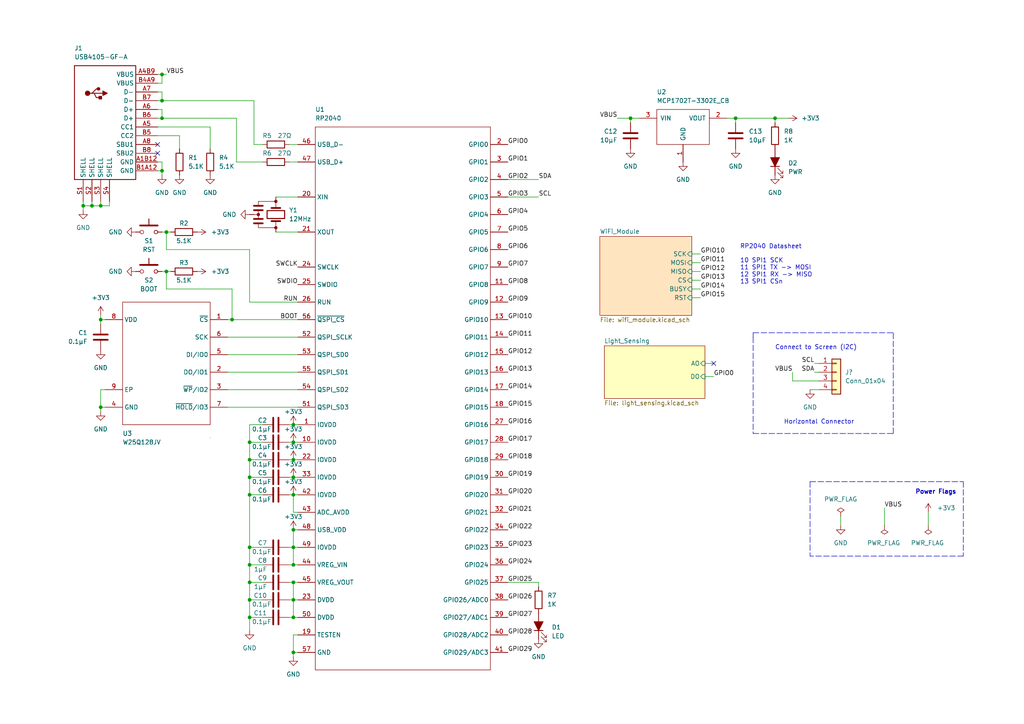
<source format=kicad_sch>
(kicad_sch (version 20211123) (generator eeschema)
  (paper "A4")
  (lib_symbols
    (symbol "Connector_Generic:Conn_01x04" (pin_names (offset 1.016) hide)
      (property "Reference" "J" (at 0 5.08 0))
      (property "Value" "Conn_01x04" (at 0 -7.62 0))
      (symbol "Conn_01x04_1_1"
        (rectangle (start -1.27 -4.953) (end 0 -5.207) (stroke (width 0.1524)))
        (rectangle (start -1.27 -2.413) (end 0 -2.667) (stroke (width 0.1524)))
        (rectangle (start -1.27 0.127) (end 0 -0.127) (stroke (width 0.1524)))
        (rectangle (start -1.27 2.667) (end 0 2.413) (stroke (width 0.1524)))
        (rectangle (start -1.27 3.81) (end 1.27 -6.35) (stroke (width 0.254)) (fill (type background)))
        (pin passive line (at -5.08 2.54 0) (length 3.81) (name "Pin_1") (number "1"))
        (pin passive line (at -5.08 0 0) (length 3.81) (name "Pin_2") (number "2"))
        (pin passive line (at -5.08 -2.54 0) (length 3.81) (name "Pin_3") (number "3"))
        (pin passive line (at -5.08 -5.08 0) (length 3.81) (name "Pin_4") (number "4"))
      )
    )
    (symbol "Device:C" (pin_numbers hide) (pin_names (offset 0.254))
      (property "Reference" "C" (at 0.635 2.54 0))
      (property "Value" "C" (at 0.635 -2.54 0))
      (symbol "C_0_1"
        (polyline (pts (xy -2.032 -0.762) (xy 2.032 -0.762)) (stroke (width 0.508)))
        (polyline (pts (xy -2.032 0.762) (xy 2.032 0.762)) (stroke (width 0.508)))
      )
      (symbol "C_1_1"
        (pin passive line (at 0 3.81 270) (length 2.794) (name "~") (number "1"))
        (pin passive line (at 0 -3.81 90) (length 2.794) (name "~") (number "2"))
      )
    )
    (symbol "Device:LED_Filled" (pin_numbers hide) (pin_names (offset 1.016) hide)
      (property "Reference" "D" (at 0 2.54 0))
      (property "Value" "LED_Filled" (at 0 -2.54 0))
      (symbol "LED_Filled_0_1"
        (polyline (pts (xy -1.27 -1.27) (xy -1.27 1.27)) (stroke (width 0.254)))
        (polyline (pts (xy -1.27 0) (xy 1.27 0)))
        (polyline (pts (xy 1.27 -1.27) (xy 1.27 1.27) (xy -1.27 0) (xy 1.27 -1.27)) (stroke (width 0.254)) (fill (type outline)))
        (polyline (pts (xy -3.048 -0.762) (xy -4.572 -2.286) (xy -3.81 -2.286) (xy -4.572 -2.286) (xy -4.572 -1.524)))
        (polyline (pts (xy -1.778 -0.762) (xy -3.302 -2.286) (xy -2.54 -2.286) (xy -3.302 -2.286) (xy -3.302 -1.524)))
      )
      (symbol "LED_Filled_1_1"
        (pin passive line (at -3.81 0 0) (length 2.54) (name "K") (number "1"))
        (pin passive line (at 3.81 0 180) (length 2.54) (name "A") (number "2"))
      )
    )
    (symbol "Device:R" (pin_numbers hide) (pin_names (offset 0))
      (property "Reference" "R" (at 2.032 0 90))
      (property "Value" "R" (at 0 0 90))
      (symbol "R_0_1"
        (rectangle (start -1.016 -2.54) (end 1.016 2.54) (stroke (width 0.254)))
      )
      (symbol "R_1_1"
        (pin passive line (at 0 3.81 270) (length 1.27) (name "~") (number "1"))
        (pin passive line (at 0 -3.81 90) (length 1.27) (name "~") (number "2"))
      )
    )
    (symbol "Eclectronics:Crystal" (pin_numbers hide) (pin_names (offset 1.016) hide)
      (property "Reference" "Y" (at 0 7.62 0))
      (property "Value" "Crystal" (at 0 5.08 0))
      (symbol "Crystal_0_1"
        (circle (center -3.81 0) (radius 0.2794) (stroke (width 0.381)))
        (circle (center -3.81 0.127) (radius 0.0001))
        (rectangle (start -1.143 2.54) (end 1.143 -2.54) (stroke (width 0.3048)))
        (circle (center 0 -5.08) (radius 0.2794) (stroke (width 0.381)))
        (polyline (pts (xy -3.81 0) (xy -1.905 0)))
        (polyline (pts (xy -2.54 -3.81) (xy -2.54 -6.35)) (stroke (width 0.508)))
        (polyline (pts (xy -1.905 -1.27) (xy -1.905 1.27)) (stroke (width 0.508)))
        (polyline (pts (xy -1.27 -5.08) (xy 1.27 -5.08)))
        (polyline (pts (xy -1.27 -3.81) (xy -1.27 -6.35)) (stroke (width 0.508)))
        (polyline (pts (xy 0 -6.35) (xy 0 -5.08)))
        (polyline (pts (xy 1.27 -3.81) (xy 1.27 -6.35)) (stroke (width 0.508)))
        (polyline (pts (xy 1.905 -1.27) (xy 1.905 1.27)) (stroke (width 0.508)))
        (polyline (pts (xy 2.54 -3.81) (xy 2.54 -6.35)) (stroke (width 0.508)))
        (polyline (pts (xy 3.81 0) (xy 1.905 0)))
        (polyline (pts (xy -3.81 0) (xy -3.81 -5.08) (xy -2.54 -5.08)))
        (polyline (pts (xy 2.54 -5.08) (xy 3.81 -5.08) (xy 3.81 0)))
        (circle (center 3.81 0) (radius 0.2794) (stroke (width 0.381)))
      )
      (symbol "Crystal_1_1"
        (pin passive line (at -5.08 0 0) (length 1.27) (name "1") (number "1"))
        (pin passive line (at 0 -7.62 90) (length 1.27) (name "2") (number "2"))
        (pin passive line (at 5.08 0 180) (length 1.27) (name "3") (number "3"))
      )
    )
    (symbol "Eclectronics:MCP1702T-3302E_CB" (pin_names (offset 1.016))
      (property "Reference" "U" (at 0 8.89 0))
      (property "Value" "MCP1702T-3302E_CB" (at 0 6.35 0))
      (symbol "MCP1702T-3302E_CB_0_1"
        (rectangle (start 7.62 5.08) (end -7.62 -5.08))
      )
      (symbol "MCP1702T-3302E_CB_1_1"
        (pin input line (at 0 -10.16 90) (length 5.08) (name "GND") (number "1"))
        (pin input line (at 12.7 2.54 180) (length 5.08) (name "VOUT") (number "2"))
        (pin input line (at -12.7 2.54 0) (length 5.08) (name "VIN") (number "3"))
      )
    )
    (symbol "Eclectronics:RP2040"
      (property "Reference" "U" (at -25.4 82.55 0))
      (property "Value" "RP2040" (at -25.4 80.01 0))
      (symbol "RP2040_0_1"
        (rectangle (start -25.4 78.74) (end 25.4 -78.74))
        (rectangle (start 22.86 73.66) (end 22.86 73.66))
        (rectangle (start 22.86 73.66) (end 22.86 73.66))
      )
      (symbol "RP2040_1_1"
        (pin power_in line (at -30.48 -7.62 0) (length 5.08) (name "IOVDD") (number "1"))
        (pin power_in line (at -30.48 -12.7 0) (length 5.08) (name "IOVDD") (number "10"))
        (pin bidirectional line (at 30.48 33.02 180) (length 5.08) (name "GPIO8") (number "11"))
        (pin bidirectional line (at 30.48 27.94 180) (length 5.08) (name "GPIO9") (number "12"))
        (pin bidirectional line (at 30.48 22.86 180) (length 5.08) (name "GPIO10") (number "13"))
        (pin bidirectional line (at 30.48 17.78 180) (length 5.08) (name "GPIO11") (number "14"))
        (pin bidirectional line (at 30.48 12.7 180) (length 5.08) (name "GPIO12") (number "15"))
        (pin bidirectional line (at 30.48 7.62 180) (length 5.08) (name "GPIO13") (number "16"))
        (pin bidirectional line (at 30.48 2.54 180) (length 5.08) (name "GPIO14") (number "17"))
        (pin bidirectional line (at 30.48 -2.54 180) (length 5.08) (name "GPIO15") (number "18"))
        (pin input line (at -30.48 -68.58 0) (length 5.08) (name "TESTEN") (number "19"))
        (pin bidirectional line (at 30.48 73.66 180) (length 5.08) (name "GPIO0") (number "2"))
        (pin bidirectional line (at -30.48 58.42 0) (length 5.08) (name "XIN") (number "20"))
        (pin bidirectional line (at -30.48 48.26 0) (length 5.08) (name "XOUT") (number "21"))
        (pin power_in line (at -30.48 -17.78 0) (length 5.08) (name "IOVDD") (number "22"))
        (pin power_in line (at -30.48 -58.42 0) (length 5.08) (name "DVDD") (number "23"))
        (pin bidirectional line (at -30.48 38.1 0) (length 5.08) (name "SWCLK") (number "24"))
        (pin bidirectional line (at -30.48 33.02 0) (length 5.08) (name "SWDIO") (number "25"))
        (pin bidirectional line (at -30.48 27.94 0) (length 5.08) (name "RUN") (number "26"))
        (pin bidirectional line (at 30.48 -7.62 180) (length 5.08) (name "GPIO16") (number "27"))
        (pin bidirectional line (at 30.48 -12.7 180) (length 5.08) (name "GPIO17") (number "28"))
        (pin bidirectional line (at 30.48 -17.78 180) (length 5.08) (name "GPIO18") (number "29"))
        (pin bidirectional line (at 30.48 68.58 180) (length 5.08) (name "GPIO1") (number "3"))
        (pin bidirectional line (at 30.48 -22.86 180) (length 5.08) (name "GPIO19") (number "30"))
        (pin bidirectional line (at 30.48 -27.94 180) (length 5.08) (name "GPIO20") (number "31"))
        (pin bidirectional line (at 30.48 -33.02 180) (length 5.08) (name "GPIO21") (number "32"))
        (pin power_in line (at -30.48 -22.86 0) (length 5.08) (name "IOVDD") (number "33"))
        (pin bidirectional line (at 30.48 -38.1 180) (length 5.08) (name "GPIO22") (number "34"))
        (pin bidirectional line (at 30.48 -43.18 180) (length 5.08) (name "GPIO23") (number "35"))
        (pin bidirectional line (at 30.48 -48.26 180) (length 5.08) (name "GPIO24") (number "36"))
        (pin bidirectional line (at 30.48 -53.34 180) (length 5.08) (name "GPIO25") (number "37"))
        (pin bidirectional line (at 30.48 -58.42 180) (length 5.08) (name "GPIO26/ADC0") (number "38"))
        (pin bidirectional line (at 30.48 -63.5 180) (length 5.08) (name "GPIO27/ADC1") (number "39"))
        (pin bidirectional line (at 30.48 63.5 180) (length 5.08) (name "GPIO2") (number "4"))
        (pin bidirectional line (at 30.48 -68.58 180) (length 5.08) (name "GPIO28/ADC2") (number "40"))
        (pin bidirectional line (at 30.48 -73.66 180) (length 5.08) (name "GPIO29/ADC3") (number "41"))
        (pin power_in line (at -30.48 -27.94 0) (length 5.08) (name "IOVDD") (number "42"))
        (pin power_in line (at -30.48 -33.02 0) (length 5.08) (name "ADC_AVDD") (number "43"))
        (pin power_in line (at -30.48 -48.26 0) (length 5.08) (name "VREG_VIN") (number "44"))
        (pin power_out line (at -30.48 -53.34 0) (length 5.08) (name "VREG_VOUT") (number "45"))
        (pin bidirectional line (at -30.48 73.66 0) (length 5.08) (name "USB_D-") (number "46"))
        (pin bidirectional line (at -30.48 68.58 0) (length 5.08) (name "USB_D+") (number "47"))
        (pin power_in line (at -30.48 -38.1 0) (length 5.08) (name "USB_VDD") (number "48"))
        (pin power_in line (at -30.48 -43.18 0) (length 5.08) (name "IOVDD") (number "49"))
        (pin bidirectional line (at 30.48 58.42 180) (length 5.08) (name "GPIO3") (number "5"))
        (pin power_in line (at -30.48 -63.5 0) (length 5.08) (name "DVDD") (number "50"))
        (pin bidirectional line (at -30.48 -2.54 0) (length 5.08) (name "QSPI_SD3") (number "51"))
        (pin bidirectional line (at -30.48 17.78 0) (length 5.08) (name "QSPI_SCLK") (number "52"))
        (pin bidirectional line (at -30.48 12.7 0) (length 5.08) (name "QSPI_SD0") (number "53"))
        (pin bidirectional line (at -30.48 2.54 0) (length 5.08) (name "QSPI_SD2") (number "54"))
        (pin bidirectional line (at -30.48 7.62 0) (length 5.08) (name "QSPI_SD1") (number "55"))
        (pin bidirectional line (at -30.48 22.86 0) (length 5.08) (name "~{QSPI_CS}") (number "56"))
        (pin power_in line (at -30.48 -73.66 0) (length 5.08) (name "GND") (number "57"))
        (pin bidirectional line (at 30.48 53.34 180) (length 5.08) (name "GPIO4") (number "6"))
        (pin bidirectional line (at 30.48 48.26 180) (length 5.08) (name "GPIO5") (number "7"))
        (pin bidirectional line (at 30.48 43.18 180) (length 5.08) (name "GPIO6") (number "8"))
        (pin bidirectional line (at 30.48 38.1 180) (length 5.08) (name "GPIO7") (number "9"))
      )
    )
    (symbol "Eclectronics:SW" (pin_numbers hide) (pin_names (offset 1.016) hide)
      (property "Reference" "S" (at 1.27 2.54 0))
      (property "Value" "SW" (at 1.27 -2.54 0))
      (symbol "SW_0_1"
        (circle (center 0 -2.032) (radius 0.508))
        (polyline (pts (xy -1.905 -2.54) (xy -1.905 2.54)) (stroke (width 0.508)))
        (polyline (pts (xy -1.905 0) (xy -3.81 0)) (stroke (width 0.254)))
        (circle (center 0 2.032) (radius 0.508))
        (circle (center 0 2.032) (radius 0.508))
      )
      (symbol "SW_1_1"
        (pin input line (at 0 -3.81 90) (length 1.27) (name "1") (number "1"))
        (pin input line (at 0 3.81 270) (length 1.27) (name "2") (number "2"))
      )
    )
    (symbol "Eclectronics:USB4105-GF-A"
      (property "Reference" "J" (at -8.89 20.32 0))
      (property "Value" "USB4105-GF-A" (at -8.89 17.78 0))
      (symbol "USB4105-GF-A_0_1"
        (rectangle (start -8.89 16.51) (end 8.89 -16.51) (stroke (width 0.254)))
        (circle (center -5.08 8.509) (radius 0.635) (stroke (width 0.254)) (fill (type outline)))
        (circle (center -1.905 9.779) (radius 0.381) (stroke (width 0.254)) (fill (type outline)))
        (rectangle (start -1.016 7.62) (end -1.778 6.858) (stroke (width 0.254)) (fill (type outline)))
        (polyline (pts (xy -3.175 8.509) (xy -0.635 8.509)) (stroke (width 0.254)))
        (polyline (pts (xy -4.445 8.509) (xy -3.81 8.509) (xy -2.54 9.779) (xy -1.905 9.779)) (stroke (width 0.254)))
        (polyline (pts (xy -3.81 8.509) (xy -3.175 8.509) (xy -2.54 7.239) (xy -1.27 7.239)) (stroke (width 0.254)))
        (polyline (pts (xy -0.635 9.144) (xy -0.635 7.874) (xy 0.635 8.509) (xy -0.635 9.144)) (stroke (width 0.254)) (fill (type outline)))
      )
      (symbol "USB4105-GF-A_1_1"
        (pin power_in line (at 15.24 -11.43 180) (length 6.35) (name "GND") (number "A1B12"))
        (pin power_in line (at 15.24 13.97 180) (length 6.35) (name "VBUS") (number "A4B9"))
        (pin bidirectional line (at 15.24 -1.27 180) (length 6.35) (name "CC1") (number "A5"))
        (pin bidirectional line (at 15.24 3.81 180) (length 6.35) (name "D+") (number "A6"))
        (pin bidirectional line (at 15.24 8.89 180) (length 6.35) (name "D-") (number "A7"))
        (pin bidirectional line (at 15.24 -6.35 180) (length 6.35) (name "SBU1") (number "A8"))
        (pin power_in line (at 15.24 -13.97 180) (length 6.35) (name "GND") (number "B1A12"))
        (pin power_in line (at 15.24 11.43 180) (length 6.35) (name "VBUS") (number "B4A9"))
        (pin bidirectional line (at 15.24 -3.81 180) (length 6.35) (name "CC2") (number "B5"))
        (pin bidirectional line (at 15.24 1.27 180) (length 6.35) (name "D+") (number "B6"))
        (pin bidirectional line (at 15.24 6.35 180) (length 6.35) (name "D-") (number "B7"))
        (pin bidirectional line (at 15.24 -8.89 180) (length 6.35) (name "SBU2") (number "B8"))
        (pin power_in line (at -6.35 -22.86 90) (length 6.35) (name "SHELL") (number "S1"))
        (pin power_in line (at -3.81 -22.86 90) (length 6.35) (name "SHELL") (number "S2"))
        (pin power_in line (at -1.27 -22.86 90) (length 6.35) (name "SHELL") (number "S3"))
        (pin power_in line (at 1.27 -22.86 90) (length 6.35) (name "SHELL") (number "S4"))
      )
    )
    (symbol "Eclectronics:W25Q128JV"
      (property "Reference" "U" (at -12.7 21.59 0))
      (property "Value" "W25Q128JV" (at -12.7 19.05 0))
      (symbol "W25Q128JV_0_1"
        (rectangle (start -12.7 17.78) (end 12.7 -17.78))
        (rectangle (start 12.7 -21.59) (end 12.7 -21.59))
      )
      (symbol "W25Q128JV_1_1"
        (pin input line (at 17.78 12.7 180) (length 5.08) (name "~{CS}") (number "1"))
        (pin bidirectional line (at 17.78 -2.54 180) (length 5.08) (name "DO/IO1") (number "2"))
        (pin bidirectional line (at 17.78 -7.62 180) (length 5.08) (name "~{WP}/IO2") (number "3"))
        (pin power_in line (at -17.78 -12.7 0) (length 5.08) (name "GND") (number "4"))
        (pin bidirectional line (at 17.78 2.54 180) (length 5.08) (name "DI/IO0") (number "5"))
        (pin input line (at 17.78 7.62 180) (length 5.08) (name "SCK") (number "6"))
        (pin bidirectional line (at 17.78 -12.7 180) (length 5.08) (name "~{HOLD}/IO3") (number "7"))
        (pin power_in line (at -17.78 12.7 0) (length 5.08) (name "VDD") (number "8"))
        (pin power_in line (at -17.78 -7.62 0) (length 5.08) (name "EP") (number "9"))
      )
    )
    (symbol "power:+3V3" (power) (pin_names (offset 0))
      (property "Value" "+3V3" (at 0 3.556 0))
      (symbol "+3V3_0_1"
        (polyline (pts (xy -0.762 1.27) (xy 0 2.54)))
        (polyline (pts (xy 0 0) (xy 0 2.54)))
        (polyline (pts (xy 0 2.54) (xy 0.762 1.27)))
      )
      (symbol "+3V3_1_1"
        (pin power_in line (at 0 0 90) (length 0) hide (name "+3V3") (number "1"))
      )
    )
    (symbol "power:GND" (power) (pin_names (offset 0))
      (property "Value" "GND" (at 0 -3.81 0))
      (symbol "GND_0_1"
        (polyline (pts (xy 0 0) (xy 0 -1.27) (xy 1.27 -1.27) (xy 0 -2.54) (xy -1.27 -1.27) (xy 0 -1.27)))
      )
      (symbol "GND_1_1"
        (pin power_in line (at 0 0 270) (length 0) hide (name "GND") (number "1"))
      )
    )
    (symbol "power:PWR_FLAG" (power) (pin_numbers hide) (pin_names (offset 0) hide)
      (property "Value" "PWR_FLAG" (at 0 3.81 0))
      (symbol "PWR_FLAG_0_0"
        (pin power_out line (at 0 0 90) (length 0) (name "pwr") (number "1"))
      )
      (symbol "PWR_FLAG_0_1"
        (polyline (pts (xy 0 0) (xy 0 1.27) (xy -1.016 1.905) (xy 0 2.54) (xy 1.016 1.905) (xy 0 1.27)))
      )
    )
  )
  (junction (at 72.39 138.43))
  (junction (at 46.99 34.29))
  (junction (at 85.09 189.23))
  (junction (at 48.26 78.74))
  (junction (at 85.09 138.43))
  (junction (at 72.39 173.99))
  (junction (at 29.21 59.69))
  (junction (at 72.39 143.51))
  (junction (at 85.09 143.51))
  (junction (at 26.67 59.69))
  (junction (at 85.09 168.91))
  (junction (at 48.26 67.31))
  (junction (at 85.09 123.19))
  (junction (at 224.79 34.29))
  (junction (at 46.99 49.53))
  (junction (at 85.09 128.27))
  (junction (at 72.39 128.27))
  (junction (at 67.31 92.71))
  (junction (at 72.39 158.75))
  (junction (at 72.39 168.91))
  (junction (at 85.09 153.67))
  (junction (at 85.09 173.99))
  (junction (at 85.09 158.75))
  (junction (at 85.09 163.83))
  (junction (at 182.88 34.29))
  (junction (at 72.39 163.83))
  (junction (at 29.21 118.11))
  (junction (at 72.39 179.07))
  (junction (at 46.99 21.59))
  (junction (at 213.36 34.29))
  (junction (at 85.09 133.35))
  (junction (at 72.39 133.35))
  (junction (at 46.99 29.21))
  (junction (at 24.13 59.69))
  (junction (at 85.09 179.07))
  (junction (at 29.21 92.71))
  (no_connect (at 45.72 41.91))
  (no_connect (at 45.72 44.45))
  (no_connect (at 207.01 105.41))
  (polyline (pts (xy 279.4 139.7) (xy 279.4 161.29)))
  (wire (pts (xy 85.09 143.51) (xy 86.36 143.51)))
  (wire (pts (xy 200.66 73.66) (xy 203.2 73.66)))
  (wire (pts (xy 45.72 39.37) (xy 52.07 39.37)))
  (wire (pts (xy 46.99 31.75) (xy 45.72 31.75)))
  (wire (pts (xy 45.72 34.29) (xy 46.99 34.29)))
  (polyline (pts (xy 279.4 161.29) (xy 234.95 161.29)))
  (wire (pts (xy 83.82 173.99) (xy 85.09 173.99)))
  (wire (pts (xy 67.31 92.71) (xy 86.36 92.71)))
  (wire (pts (xy 66.04 113.03) (xy 86.36 113.03)))
  (wire (pts (xy 72.39 128.27) (xy 72.39 123.19)))
  (wire (pts (xy 72.39 143.51) (xy 76.2 143.51)))
  (wire (pts (xy 83.82 133.35) (xy 85.09 133.35)))
  (wire (pts (xy 72.39 138.43) (xy 76.2 138.43)))
  (wire (pts (xy 83.82 138.43) (xy 85.09 138.43)))
  (wire (pts (xy 29.21 92.71) (xy 30.48 92.71)))
  (wire (pts (xy 72.39 143.51) (xy 72.39 138.43)))
  (wire (pts (xy 85.09 148.59) (xy 86.36 148.59)))
  (wire (pts (xy 147.32 168.91) (xy 156.21 168.91)))
  (wire (pts (xy 182.88 34.29) (xy 185.42 34.29)))
  (wire (pts (xy 85.09 143.51) (xy 85.09 148.59)))
  (wire (pts (xy 46.99 46.99) (xy 46.99 49.53)))
  (wire (pts (xy 46.99 21.59) (xy 48.26 21.59)))
  (wire (pts (xy 85.09 189.23) (xy 85.09 190.5)))
  (wire (pts (xy 237.49 110.49) (xy 229.87 110.49)))
  (wire (pts (xy 29.21 118.11) (xy 29.21 119.38)))
  (wire (pts (xy 72.39 72.39) (xy 72.39 87.63)))
  (wire (pts (xy 29.21 93.98) (xy 29.21 92.71)))
  (wire (pts (xy 72.39 163.83) (xy 72.39 158.75)))
  (wire (pts (xy 200.66 78.74) (xy 203.2 78.74)))
  (wire (pts (xy 46.99 49.53) (xy 46.99 50.8)))
  (wire (pts (xy 85.09 158.75) (xy 86.36 158.75)))
  (wire (pts (xy 85.09 163.83) (xy 86.36 163.83)))
  (polyline (pts (xy 234.95 139.7) (xy 234.95 161.29)))
  (wire (pts (xy 73.66 29.21) (xy 73.66 41.91)))
  (wire (pts (xy 68.58 46.99) (xy 76.2 46.99)))
  (wire (pts (xy 45.72 36.83) (xy 60.96 36.83)))
  (wire (pts (xy 80.01 57.15) (xy 86.36 57.15)))
  (wire (pts (xy 213.36 34.29) (xy 213.36 35.56)))
  (wire (pts (xy 86.36 184.15) (xy 85.09 184.15)))
  (wire (pts (xy 229.87 110.49) (xy 229.87 107.95)))
  (wire (pts (xy 86.36 123.19) (xy 85.09 123.19)))
  (wire (pts (xy 80.01 67.31) (xy 86.36 67.31)))
  (wire (pts (xy 200.66 83.82) (xy 203.2 83.82)))
  (wire (pts (xy 66.04 102.87) (xy 86.36 102.87)))
  (wire (pts (xy 24.13 58.42) (xy 24.13 59.69)))
  (wire (pts (xy 85.09 179.07) (xy 86.36 179.07)))
  (wire (pts (xy 46.99 29.21) (xy 45.72 29.21)))
  (wire (pts (xy 72.39 158.75) (xy 76.2 158.75)))
  (wire (pts (xy 269.24 148.59) (xy 269.24 152.4)))
  (wire (pts (xy 26.67 58.42) (xy 26.67 59.69)))
  (wire (pts (xy 213.36 34.29) (xy 224.79 34.29)))
  (wire (pts (xy 72.39 163.83) (xy 76.2 163.83)))
  (wire (pts (xy 66.04 118.11) (xy 86.36 118.11)))
  (wire (pts (xy 48.26 83.82) (xy 67.31 83.82)))
  (wire (pts (xy 83.82 168.91) (xy 85.09 168.91)))
  (wire (pts (xy 83.82 46.99) (xy 86.36 46.99)))
  (wire (pts (xy 224.79 34.29) (xy 228.6 34.29)))
  (wire (pts (xy 45.72 46.99) (xy 46.99 46.99)))
  (wire (pts (xy 48.26 67.31) (xy 49.53 67.31)))
  (wire (pts (xy 29.21 113.03) (xy 29.21 118.11)))
  (wire (pts (xy 86.36 168.91) (xy 85.09 168.91)))
  (wire (pts (xy 85.09 153.67) (xy 86.36 153.67)))
  (polyline (pts (xy 259.08 125.73) (xy 259.08 96.52)))
  (wire (pts (xy 30.48 118.11) (xy 29.21 118.11)))
  (wire (pts (xy 48.26 72.39) (xy 72.39 72.39)))
  (wire (pts (xy 72.39 133.35) (xy 76.2 133.35)))
  (wire (pts (xy 204.47 109.22) (xy 207.01 109.22)))
  (wire (pts (xy 72.39 123.19) (xy 76.2 123.19)))
  (wire (pts (xy 24.13 59.69) (xy 26.67 59.69)))
  (wire (pts (xy 46.99 67.31) (xy 48.26 67.31)))
  (wire (pts (xy 30.48 113.03) (xy 29.21 113.03)))
  (wire (pts (xy 72.39 87.63) (xy 86.36 87.63)))
  (wire (pts (xy 83.82 179.07) (xy 85.09 179.07)))
  (wire (pts (xy 156.21 170.18) (xy 156.21 168.91)))
  (wire (pts (xy 72.39 168.91) (xy 72.39 163.83)))
  (wire (pts (xy 72.39 138.43) (xy 72.39 133.35)))
  (wire (pts (xy 83.82 163.83) (xy 85.09 163.83)))
  (wire (pts (xy 46.99 49.53) (xy 45.72 49.53)))
  (wire (pts (xy 200.66 81.28) (xy 203.2 81.28)))
  (wire (pts (xy 48.26 67.31) (xy 48.26 72.39)))
  (wire (pts (xy 52.07 39.37) (xy 52.07 43.18)))
  (wire (pts (xy 66.04 107.95) (xy 86.36 107.95)))
  (wire (pts (xy 46.99 34.29) (xy 46.99 31.75)))
  (wire (pts (xy 48.26 78.74) (xy 49.53 78.74)))
  (wire (pts (xy 29.21 58.42) (xy 29.21 59.69)))
  (wire (pts (xy 46.99 78.74) (xy 48.26 78.74)))
  (wire (pts (xy 83.82 158.75) (xy 85.09 158.75)))
  (wire (pts (xy 83.82 143.51) (xy 85.09 143.51)))
  (wire (pts (xy 72.39 128.27) (xy 76.2 128.27)))
  (wire (pts (xy 45.72 21.59) (xy 46.99 21.59)))
  (wire (pts (xy 236.22 105.41) (xy 237.49 105.41)))
  (wire (pts (xy 72.39 173.99) (xy 76.2 173.99)))
  (wire (pts (xy 31.75 59.69) (xy 31.75 58.42)))
  (wire (pts (xy 72.39 133.35) (xy 72.39 128.27)))
  (wire (pts (xy 60.96 36.83) (xy 60.96 43.18)))
  (wire (pts (xy 46.99 24.13) (xy 45.72 24.13)))
  (wire (pts (xy 48.26 78.74) (xy 48.26 83.82)))
  (wire (pts (xy 85.09 184.15) (xy 85.09 189.23)))
  (wire (pts (xy 24.13 60.96) (xy 24.13 59.69)))
  (wire (pts (xy 147.32 57.15) (xy 156.21 57.15)))
  (wire (pts (xy 72.39 143.51) (xy 72.39 158.75)))
  (wire (pts (xy 29.21 91.44) (xy 29.21 92.71)))
  (wire (pts (xy 85.09 173.99) (xy 85.09 179.07)))
  (wire (pts (xy 85.09 173.99) (xy 86.36 173.99)))
  (wire (pts (xy 45.72 26.67) (xy 46.99 26.67)))
  (polyline (pts (xy 218.44 125.73) (xy 259.08 125.73)))
  (wire (pts (xy 236.22 107.95) (xy 237.49 107.95)))
  (polyline (pts (xy 218.44 97.79) (xy 218.44 125.73)))
  (wire (pts (xy 72.39 173.99) (xy 72.39 168.91)))
  (wire (pts (xy 68.58 34.29) (xy 68.58 46.99)))
  (wire (pts (xy 200.66 86.36) (xy 203.2 86.36)))
  (wire (pts (xy 147.32 52.07) (xy 156.21 52.07)))
  (wire (pts (xy 72.39 168.91) (xy 76.2 168.91)))
  (wire (pts (xy 83.82 128.27) (xy 85.09 128.27)))
  (wire (pts (xy 29.21 59.69) (xy 31.75 59.69)))
  (wire (pts (xy 234.95 113.03) (xy 237.49 113.03)))
  (wire (pts (xy 66.04 97.79) (xy 86.36 97.79)))
  (wire (pts (xy 85.09 138.43) (xy 86.36 138.43)))
  (wire (pts (xy 243.84 149.86) (xy 243.84 152.4)))
  (wire (pts (xy 67.31 83.82) (xy 67.31 92.71)))
  (wire (pts (xy 182.88 35.56) (xy 182.88 34.29)))
  (wire (pts (xy 85.09 133.35) (xy 86.36 133.35)))
  (wire (pts (xy 46.99 21.59) (xy 46.99 24.13)))
  (polyline (pts (xy 234.95 139.7) (xy 279.4 139.7)))
  (wire (pts (xy 72.39 182.88) (xy 72.39 179.07)))
  (wire (pts (xy 26.67 59.69) (xy 29.21 59.69)))
  (wire (pts (xy 46.99 29.21) (xy 73.66 29.21)))
  (wire (pts (xy 256.54 147.32) (xy 256.54 152.4)))
  (wire (pts (xy 179.07 34.29) (xy 182.88 34.29)))
  (wire (pts (xy 85.09 168.91) (xy 85.09 173.99)))
  (wire (pts (xy 224.79 34.29) (xy 224.79 35.56)))
  (polyline (pts (xy 218.44 96.52) (xy 218.44 97.79)))
  (wire (pts (xy 66.04 92.71) (xy 67.31 92.71)))
  (wire (pts (xy 85.09 128.27) (xy 86.36 128.27)))
  (wire (pts (xy 72.39 179.07) (xy 72.39 173.99)))
  (wire (pts (xy 200.66 76.2) (xy 203.2 76.2)))
  (wire (pts (xy 86.36 189.23) (xy 85.09 189.23)))
  (polyline (pts (xy 218.44 96.52) (xy 259.08 96.52)))
  (wire (pts (xy 46.99 34.29) (xy 68.58 34.29)))
  (wire (pts (xy 72.39 179.07) (xy 76.2 179.07)))
  (wire (pts (xy 46.99 26.67) (xy 46.99 29.21)))
  (wire (pts (xy 210.82 34.29) (xy 213.36 34.29)))
  (wire (pts (xy 85.09 153.67) (xy 85.09 158.75)))
  (wire (pts (xy 204.47 105.41) (xy 207.01 105.41)))
  (wire (pts (xy 83.82 123.19) (xy 85.09 123.19)))
  (wire (pts (xy 83.82 41.91) (xy 86.36 41.91)))
  (wire (pts (xy 85.09 158.75) (xy 85.09 163.83)))
  (wire (pts (xy 73.66 41.91) (xy 76.2 41.91)))
  (text "Connect to Screen (I2C)" (at 224.79 101.6 0) (effects (font (size 1.27 1.27)) (justify left bottom)))
  (text "Horizontal Connector" (at 227.33 123.19 0) (effects (font (size 1.27 1.27)) (justify left bottom)))
  (text "Power Flags" (at 265.43 143.51 0) (effects (font (size 1.27 1.27) (thickness 0.254) bold) (justify left bottom)))
  (text "RP2040 Datasheet\n\n10 SPI1 SCK\n11 SPI1 TX -> MOSI\n12 SPI1 RX -> MISO\n13 SPI1 CSn" (at 214.63 82.55 0) (effects (font (size 1.27 1.27)) (justify left bottom)))
  (label "GPIO14" (at 147.32 113.03 0))
  (label "GPIO8" (at 147.32 82.55 0))
  (label "GPIO20" (at 147.32 143.51 0))
  (label "GPIO12" (at 147.32 102.87 0))
  (label "GPIO0" (at 147.32 41.91 0))
  (label "GPIO6" (at 147.32 72.39 0))
  (label "BOOT" (at 86.36 92.71 180))
  (label "GPIO2" (at 147.32 52.07 0))
  (label "GPIO13" (at 203.2 81.28 0))
  (label "SDA" (at 236.22 107.95 180))
  (label "SWCLK" (at 86.36 77.47 180))
  (label "GPIO10" (at 147.32 92.71 0))
  (label "GPIO11" (at 147.32 97.79 0))
  (label "GPIO11" (at 203.2 76.2 0))
  (label "GPIO15" (at 147.32 118.11 0))
  (label "GPIO15" (at 203.2 86.36 0))
  (label "GPIO27" (at 147.32 179.07 0))
  (label "GPIO21" (at 147.32 148.59 0))
  (label "GPIO5" (at 147.32 67.31 0))
  (label "GPIO22" (at 147.32 153.67 0))
  (label "GPIO10" (at 203.2 73.66 0))
  (label "GPIO19" (at 147.32 138.43 0))
  (label "GPIO17" (at 147.32 128.27 0))
  (label "GPIO28" (at 147.32 184.15 0))
  (label "GPIO25" (at 147.32 168.91 0))
  (label "GPIO4" (at 147.32 62.23 0))
  (label "SDA" (at 156.21 52.07 0))
  (label "GPIO7" (at 147.32 77.47 0))
  (label "GPIO16" (at 147.32 123.19 0))
  (label "SCL" (at 236.22 105.41 180))
  (label "GPIO18" (at 147.32 133.35 0))
  (label "GPIO29" (at 147.32 189.23 0))
  (label "VBUS" (at 229.87 107.95 180))
  (label "GPIO9" (at 147.32 87.63 0))
  (label "GPIO12" (at 203.2 78.74 0))
  (label "GPIO3" (at 147.32 57.15 0))
  (label "GPIO23" (at 147.32 158.75 0))
  (label "VBUS" (at 179.07 34.29 180))
  (label "GPIO24" (at 147.32 163.83 0))
  (label "RUN" (at 86.36 87.63 180))
  (label "GPIO14" (at 203.2 83.82 0))
  (label "VBUS" (at 48.26 21.59 0))
  (label "VBUS" (at 256.54 147.32 0))
  (label "GPIO13" (at 147.32 107.95 0))
  (label "GPIO26" (at 147.32 173.99 0))
  (label "SWDIO" (at 86.36 82.55 180))
  (label "SCL" (at 156.21 57.15 0))
  (label "GPIO1" (at 147.32 46.99 0))
  (label "GPIO0" (at 207.01 109.22 0))
  (symbol (lib_id "Device:C") (at 80.01 138.43 270) (unit 1)
    (property "Reference" "C5" (at 77.47 137.16 90) (effects (justify right)))
    (property "Value" "0.1µF" (at 78.74 139.7 90) (effects (justify right)))
    (property "Footprint" "Final_project:CL10B104JB8NNNC" (effects hide))
  )
  (symbol (lib_id "Device:R") (at 156.21 173.99 0) (unit 1)
    (property "Reference" "R7" (at 158.75 172.7199 0) (effects (justify left)))
    (property "Value" "1K" (at 158.75 175.2599 0) (effects (justify left)))
    (property "Footprint" "Final_project:RC0603FR-071KL" (effects hide))
  )
  (symbol (lib_id "power:GND") (at 234.95 113.03 0) (unit 1)
    (property "Reference" "#PWR?" (effects hide))
    (property "Value" "GND" (at 234.95 118.11 0))
  )
  (symbol (lib_id "Device:C") (at 80.01 179.07 270) (unit 1)
    (property "Reference" "C11" (at 77.47 177.8 90) (effects (justify right)))
    (property "Value" "0.1µF" (at 78.74 180.34 90) (effects (justify right)))
    (property "Footprint" "Final_project:CL10B104JB8NNNC" (effects hide))
  )
  (symbol (lib_id "power:PWR_FLAG") (at 243.84 149.86 0) (unit 1)
    (property "Reference" "#FLG0103" (effects hide))
    (property "Value" "PWR_FLAG" (at 243.84 144.78 0))
  )
  (symbol (lib_id "power:GND") (at 198.12 46.99 0) (unit 1)
    (property "Reference" "#PWR0116" (effects hide))
    (property "Value" "GND" (at 198.12 52.07 0))
  )
  (symbol (lib_id "Eclectronics:USB4105-GF-A") (at 30.48 35.56 0) (unit 1)
    (property "Reference" "J1" (at 21.59 13.97 0) (effects (justify left)))
    (property "Value" "USB4105-GF-A" (at 21.59 16.51 0) (effects (justify left)))
    (property "Footprint" "Final_project:USB4105-GF-A" (effects hide))
  )
  (symbol (lib_id "power:PWR_FLAG") (at 256.54 152.4 180) (unit 1)
    (property "Reference" "#FLG0102" (effects hide))
    (property "Value" "PWR_FLAG" (at 251.46 157.48 0) (effects (justify right)))
  )
  (symbol (lib_id "power:GND") (at 72.39 62.23 270) (unit 1)
    (property "Reference" "#PWR0107" (effects hide))
    (property "Value" "GND" (at 68.58 62.2299 90) (effects (justify right)))
  )
  (symbol (lib_id "Device:C") (at 182.88 39.37 0) (mirror x) (unit 1)
    (property "Reference" "C12" (at 179.07 38.0999 0) (effects (justify right)))
    (property "Value" "10µF" (at 179.07 40.6399 0) (effects (justify right)))
    (property "Footprint" "Final_project:GRM188R61E106KA73D" (effects hide))
  )
  (symbol (lib_id "power:+3V3") (at 85.09 143.51 0) (unit 1)
    (property "Reference" "#PWR0124" (effects hide))
    (property "Value" "+3V3" (at 85.09 139.7 0))
  )
  (symbol (lib_id "Eclectronics:MCP1702T-3302E_CB") (at 198.12 36.83 0) (unit 1)
    (property "Reference" "U2" (at 190.5 26.67 0) (effects (justify left)))
    (property "Value" "MCP1702T-3302E_CB" (at 190.5 29.21 0) (effects (justify left)))
    (property "Footprint" "MP1:MCP1702T-3302E&slash_CB" (effects hide))
  )
  (symbol (lib_id "power:+3V3") (at 57.15 67.31 270) (unit 1)
    (property "Reference" "#PWR0108" (effects hide))
    (property "Value" "+3V3" (at 61.214 67.3099 90) (effects (justify left)))
  )
  (symbol (lib_id "power:GND") (at 29.21 119.38 0) (unit 1)
    (property "Reference" "#PWR0101" (effects hide))
    (property "Value" "GND" (at 29.21 124.46 0))
  )
  (symbol (lib_id "Device:R") (at 53.34 78.74 90) (unit 1)
    (property "Reference" "R3" (at 53.34 76.2 90))
    (property "Value" "5.1K" (at 53.34 81.28 90))
    (property "Footprint" "Final_project:RES_ERJ3EKF5101V" (effects hide))
  )
  (symbol (lib_id "Device:C") (at 29.21 97.79 0) (mirror x) (unit 1)
    (property "Reference" "C1" (at 25.4 96.5199 0) (effects (justify right)))
    (property "Value" "0.1µF" (at 25.4 99.0599 0) (effects (justify right)))
    (property "Footprint" "Final_project:CL10B104JB8NNNC" (effects hide))
  )
  (symbol (lib_id "power:GND") (at 224.79 50.8 0) (unit 1)
    (property "Reference" "#PWR0115" (effects hide))
    (property "Value" "GND" (at 224.79 55.88 0))
  )
  (symbol (lib_id "power:GND") (at 39.37 78.74 270) (unit 1)
    (property "Reference" "#PWR0110" (effects hide))
    (property "Value" "GND" (at 35.56 78.7399 90) (effects (justify right)))
  )
  (symbol (lib_id "power:+3V3") (at 85.09 138.43 0) (unit 1)
    (property "Reference" "#PWR0125" (effects hide))
    (property "Value" "+3V3" (at 85.09 134.62 0))
  )
  (symbol (lib_id "Device:C") (at 80.01 163.83 270) (unit 1)
    (property "Reference" "C8" (at 77.47 162.56 90) (effects (justify right)))
    (property "Value" "1µF" (at 77.47 165.1 90) (effects (justify right)))
    (property "Footprint" "Final_project:CL10B105KA8NNNC" (effects hide))
  )
  (symbol (lib_id "Device:R") (at 80.01 46.99 90) (unit 1)
    (property "Reference" "R6" (at 77.47 44.45 90))
    (property "Value" "27Ω" (at 82.55 44.45 90))
    (property "Footprint" "Final_project:RC0603FR-071KL" (effects hide))
  )
  (symbol (lib_id "Connector_Generic:Conn_01x04") (at 242.57 107.95 0) (unit 1)
    (property "Reference" "J?" (at 245.11 107.9499 0) (effects (justify left)))
    (property "Value" "Conn_01x04" (at 245.11 110.4899 0) (effects (justify left)))
    (property "Footprint" "Connector_PinSocket_2.54mm:PinSocket_1x04_P2.54mm_Horizontal" (effects hide))
  )
  (symbol (lib_id "Device:C") (at 80.01 158.75 270) (unit 1)
    (property "Reference" "C7" (at 77.47 157.48 90) (effects (justify right)))
    (property "Value" "0.1µF" (at 78.74 160.02 90) (effects (justify right)))
    (property "Footprint" "Final_project:CL10B104JB8NNNC" (effects hide))
  )
  (symbol (lib_id "power:+3V3") (at 85.09 153.67 0) (unit 1)
    (property "Reference" "#PWR0126" (effects hide))
    (property "Value" "+3V3" (at 85.09 149.86 0))
  )
  (symbol (lib_id "Device:R") (at 52.07 46.99 0) (unit 1)
    (property "Reference" "R1" (at 54.61 45.7199 0) (effects (justify left)))
    (property "Value" "5.1K" (at 54.61 48.2599 0) (effects (justify left)))
    (property "Footprint" "Final_project:RES_ERJ3EKF5101V" (effects hide))
  )
  (symbol (lib_id "Device:LED_Filled") (at 224.79 46.99 90) (unit 1)
    (property "Reference" "D2" (at 228.6 47.3074 90) (effects (justify right)))
    (property "Value" "PWR" (at 228.6 49.8474 90) (effects (justify right)))
    (property "Footprint" "Final_project:LTST-C170TGKT" (effects hide))
  )
  (symbol (lib_id "power:+3V3") (at 57.15 78.74 270) (unit 1)
    (property "Reference" "#PWR0109" (effects hide))
    (property "Value" "+3V3" (at 61.214 78.7399 90) (effects (justify left)))
  )
  (symbol (lib_id "power:+3V3") (at 85.09 133.35 0) (unit 1)
    (property "Reference" "#PWR0123" (effects hide))
    (property "Value" "+3V3" (at 85.09 129.54 0))
  )
  (symbol (lib_id "power:GND") (at 46.99 50.8 0) (unit 1)
    (property "Reference" "#PWR0103" (effects hide))
    (property "Value" "GND" (at 46.99 55.88 0))
  )
  (symbol (lib_id "power:+3V3") (at 85.09 123.19 0) (unit 1)
    (property "Reference" "#PWR0120" (effects hide))
    (property "Value" "+3V3" (at 85.09 119.38 0))
  )
  (symbol (lib_id "power:GND") (at 182.88 43.18 0) (unit 1)
    (property "Reference" "#PWR0117" (effects hide))
    (property "Value" "GND" (at 182.88 48.26 0))
  )
  (symbol (lib_id "Eclectronics:SW") (at 43.18 78.74 270) (unit 1)
    (property "Reference" "S2" (at 43.18 81.28 90))
    (property "Value" "BOOT" (at 43.18 83.82 90))
    (property "Footprint" "Final_project:KXT321LHS" (effects hide))
  )
  (symbol (lib_id "Eclectronics:RP2040") (at 116.84 115.57 0) (unit 1)
    (property "Reference" "U1" (at 91.44 31.75 0) (effects (justify left)))
    (property "Value" "RP2040" (at 91.44 34.29 0) (effects (justify left)))
    (property "Footprint" "Final_project:RP2040" (effects hide))
    (property "Datasheet" "https://datasheets.raspberrypi.com/rp2040/rp2040-datasheet.pdf" (effects hide))
  )
  (symbol (lib_id "Device:R") (at 224.79 39.37 0) (unit 1)
    (property "Reference" "R8" (at 227.33 38.0999 0) (effects (justify left)))
    (property "Value" "1K" (at 227.33 40.6399 0) (effects (justify left)))
    (property "Footprint" "Final_project:RC0603FR-071KL" (effects hide))
  )
  (symbol (lib_id "Device:C") (at 80.01 128.27 270) (unit 1)
    (property "Reference" "C3" (at 77.47 127 90) (effects (justify right)))
    (property "Value" "0.1µF" (at 78.74 129.54 90) (effects (justify right)))
    (property "Footprint" "Final_project:CL10B104JB8NNNC" (effects hide))
  )
  (symbol (lib_id "power:PWR_FLAG") (at 269.24 152.4 180) (unit 1)
    (property "Reference" "#FLG0101" (effects hide))
    (property "Value" "PWR_FLAG" (at 264.16 157.48 0) (effects (justify right)))
  )
  (symbol (lib_id "power:+3V3") (at 269.24 148.59 0) (unit 1)
    (property "Reference" "#PWR0131" (effects hide))
    (property "Value" "+3V3" (at 271.78 147.3199 0) (effects (justify left)))
  )
  (symbol (lib_id "Device:R") (at 60.96 46.99 0) (unit 1)
    (property "Reference" "R4" (at 63.5 45.7199 0) (effects (justify left)))
    (property "Value" "5.1K" (at 63.5 48.2599 0) (effects (justify left)))
    (property "Footprint" "Final_project:RES_ERJ3EKF5101V" (effects hide))
  )
  (symbol (lib_id "power:GND") (at 156.21 185.42 0) (unit 1)
    (property "Reference" "#PWR0122" (effects hide))
    (property "Value" "GND" (at 156.21 190.5 0))
  )
  (symbol (lib_id "Device:C") (at 80.01 143.51 270) (unit 1)
    (property "Reference" "C6" (at 77.47 142.24 90) (effects (justify right)))
    (property "Value" "0.1µF" (at 78.74 144.78 90) (effects (justify right)))
    (property "Footprint" "Final_project:CL10B104JB8NNNC" (effects hide))
  )
  (symbol (lib_id "Device:R") (at 80.01 41.91 90) (unit 1)
    (property "Reference" "R5" (at 77.47 39.37 90))
    (property "Value" "27Ω" (at 82.55 39.37 90))
    (property "Footprint" "Final_project:RC0603FR-071KL" (effects hide))
  )
  (symbol (lib_id "power:+3V3") (at 29.21 91.44 0) (unit 1)
    (property "Reference" "#PWR0112" (effects hide))
    (property "Value" "+3V3" (at 29.21 86.36 0))
  )
  (symbol (lib_id "power:+3V3") (at 228.6 34.29 270) (unit 1)
    (property "Reference" "#PWR0113" (effects hide))
    (property "Value" "+3V3" (at 232.41 34.2899 90) (effects (justify left)))
  )
  (symbol (lib_id "power:GND") (at 72.39 182.88 0) (unit 1)
    (property "Reference" "#PWR0118" (effects hide))
    (property "Value" "GND" (at 72.39 187.96 0))
  )
  (symbol (lib_id "power:GND") (at 213.36 43.18 0) (unit 1)
    (property "Reference" "#PWR0114" (effects hide))
    (property "Value" "GND" (at 213.36 48.26 0))
  )
  (symbol (lib_id "power:GND") (at 243.84 152.4 0) (unit 1)
    (property "Reference" "#PWR0132" (effects hide))
    (property "Value" "GND" (at 243.84 157.48 0))
  )
  (symbol (lib_id "Eclectronics:Crystal") (at 80.01 62.23 270) (unit 1)
    (property "Reference" "Y1" (at 83.82 60.96 90) (effects (justify left)))
    (property "Value" "12MHz" (at 83.82 63.5 90) (effects (justify left)))
    (property "Footprint" "Final_project:CSTNE" (effects hide))
  )
  (symbol (lib_id "power:GND") (at 85.09 190.5 0) (unit 1)
    (property "Reference" "#PWR0119" (effects hide))
    (property "Value" "GND" (at 85.09 195.58 0))
  )
  (symbol (lib_id "Device:LED_Filled") (at 156.21 181.61 90) (unit 1)
    (property "Reference" "D1" (at 160.02 181.9274 90) (effects (justify right)))
    (property "Value" "LED" (at 160.02 184.4674 90) (effects (justify right)))
    (property "Footprint" "Final_project:LTST-C170TBKT" (effects hide))
  )
  (symbol (lib_id "power:+3V3") (at 85.09 128.27 0) (unit 1)
    (property "Reference" "#PWR0121" (effects hide))
    (property "Value" "+3V3" (at 85.09 124.46 0))
  )
  (symbol (lib_id "Device:R") (at 53.34 67.31 90) (unit 1)
    (property "Reference" "R2" (at 53.34 64.77 90))
    (property "Value" "5.1K" (at 53.34 69.85 90))
    (property "Footprint" "Final_project:RES_ERJ3EKF5101V" (effects hide))
  )
  (symbol (lib_id "Device:C") (at 80.01 168.91 270) (unit 1)
    (property "Reference" "C9" (at 77.47 167.64 90) (effects (justify right)))
    (property "Value" "1µF" (at 77.47 170.18 90) (effects (justify right)))
    (property "Footprint" "Final_project:CL10B105KA8NNNC" (effects hide))
  )
  (symbol (lib_id "Eclectronics:SW") (at 43.18 67.31 270) (unit 1)
    (property "Reference" "S1" (at 43.18 69.85 90))
    (property "Value" "RST" (at 43.18 72.39 90))
    (property "Footprint" "Final_project:KXT321LHS" (effects hide))
  )
  (symbol (lib_id "Device:C") (at 213.36 39.37 0) (unit 1)
    (property "Reference" "C13" (at 217.17 38.0999 0) (effects (justify left)))
    (property "Value" "10µF" (at 217.17 40.6399 0) (effects (justify left)))
    (property "Footprint" "Final_project:GRM188R61E106KA73D" (effects hide))
  )
  (symbol (lib_id "power:GND") (at 29.21 101.6 0) (unit 1)
    (property "Reference" "#PWR0102" (effects hide))
    (property "Value" "GND" (at 29.21 106.68 0))
  )
  (symbol (lib_id "Device:C") (at 80.01 123.19 270) (unit 1)
    (property "Reference" "C2" (at 77.47 121.92 90) (effects (justify right)))
    (property "Value" "0.1µF" (at 78.74 124.46 90) (effects (justify right)))
    (property "Footprint" "Final_project:CL10B104JB8NNNC" (effects hide))
  )
  (symbol (lib_id "Device:C") (at 80.01 173.99 270) (unit 1)
    (property "Reference" "C10" (at 77.47 172.72 90) (effects (justify right)))
    (property "Value" "0.1µF" (at 78.74 175.26 90) (effects (justify right)))
    (property "Footprint" "Final_project:CL10B104JB8NNNC" (effects hide))
  )
  (symbol (lib_id "Eclectronics:W25Q128JV") (at 48.26 105.41 0) (unit 1)
    (property "Reference" "U3" (at 35.56 125.73 0) (effects (justify left)))
    (property "Value" "W25Q128JV" (at 35.56 128.27 0) (effects (justify left)))
    (property "Footprint" "Final_project:MIC_WSON-8-M" (effects hide))
  )
  (symbol (lib_id "power:GND") (at 52.07 50.8 0) (unit 1)
    (property "Reference" "#PWR0104" (effects hide))
    (property "Value" "GND" (at 52.07 55.88 0))
  )
  (symbol (lib_id "power:GND") (at 60.96 50.8 0) (unit 1)
    (property "Reference" "#PWR0105" (effects hide))
    (property "Value" "GND" (at 60.96 55.88 0))
  )
  (symbol (lib_id "power:GND") (at 24.13 60.96 0) (unit 1)
    (property "Reference" "#PWR0106" (effects hide))
    (property "Value" "GND" (at 24.13 66.04 0))
  )
  (symbol (lib_id "power:GND") (at 39.37 67.31 270) (unit 1)
    (property "Reference" "#PWR0111" (effects hide))
    (property "Value" "GND" (at 35.56 67.3099 90) (effects (justify right)))
  )
  (symbol (lib_id "Device:C") (at 80.01 133.35 270) (unit 1)
    (property "Reference" "C4" (at 77.47 132.08 90) (effects (justify right)))
    (property "Value" "0.1µF" (at 78.74 134.62 90) (effects (justify right)))
    (property "Footprint" "Final_project:CL10B104JB8NNNC" (effects hide))
  )
  (sheet (at 173.99 68.58) (size 26.67 22.86) (stroke (width 0.1524)) (fill (color 255 229 191 1.0000))
    (property "Sheet name" "WiFi_Module" (at 173.99 67.8684 0) (effects (justify left bottom)))
    (property "Sheet file" "wifi_module.kicad_sch" (at 173.99 92.0246 0) (effects (justify left top)))
    (pin "SCK" input (at 200.66 73.66 0))
    (pin "MISO" input (at 200.66 78.74 0))
    (pin "MOSI" input (at 200.66 76.2 0))
    (pin "CS" input (at 200.66 81.28 0))
    (pin "BUSY" input (at 200.66 83.82 0))
    (pin "RST" input (at 200.66 86.36 0))
  )
  (sheet (at 175.26 100.33) (size 29.21 15.24) (stroke (width 0.1524)) (fill (color 255 255 194 1.0000))
    (property "Sheet name" "Light_Sensing" (at 175.26 99.6184 0) (effects (justify left bottom)))
    (property "Sheet file" "light_sensing.kicad_sch" (at 175.26 116.1546 0) (effects (justify left top)))
    (pin "AO" input (at 204.47 105.41 0))
    (pin "DO" input (at 204.47 109.22 0))
  )
)
</source>
